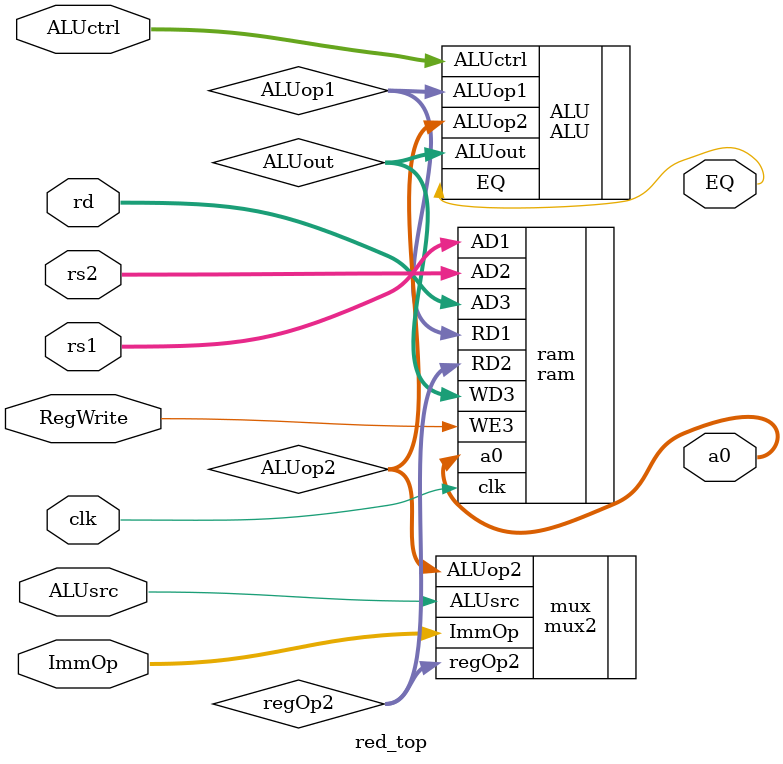
<source format=sv>
module red_top #(
    parameter ADDRESS_WIDTH = 5,
              ALUctrl_WIDTH = 3,
              DATA_WIDTH = 32
)(
  input logic clk,
  // input logic [19:15] AD1,    
  // input logic [24:20] AD2,
  // input logic [11:7] AD3,

  input logic [DATA_WIDTH-1:0] ImmOp,
  input logic RegWrite,
  input logic [ALUctrl_WIDTH-1:0] ALUctrl,
  input logic ALUsrc,
  input logic [ADDRESS_WIDTH-1:0] rs1,
  input logic [ADDRESS_WIDTH-1:0] rs2,
  input logic [ADDRESS_WIDTH-1:0] rd,

  output logic  EQ,
  output logic [DATA_WIDTH-1:0] a0

);
  
   logic [DATA_WIDTH-1:0] ALUop2;
   logic  [DATA_WIDTH-1:0] ALUop1;
   logic [DATA_WIDTH-1:0] regOp2;
   logic [DATA_WIDTH-1:0] ALUout;
  
ram ram (
  .clk (clk),
  .AD1 (rs1),
  .AD2 (rs2),
  .AD3 (rd),
  .WE3 (RegWrite),
  .WD3 (ALUout),
  .a0 (a0),
  .RD1 (ALUop1),
  .RD2 (regOp2)
);

mux2 mux (
  .ALUsrc (ALUsrc),
  .ImmOp (ImmOp),
  .regOp2 (regOp2),
  .ALUop2 (ALUop2)

);

ALU ALU (
   .ALUop1 (ALUop1),
   .ALUop2 (ALUop2),
   .ALUctrl (ALUctrl),
   .ALUout (ALUout),
   .EQ (EQ)
);

endmodule

</source>
